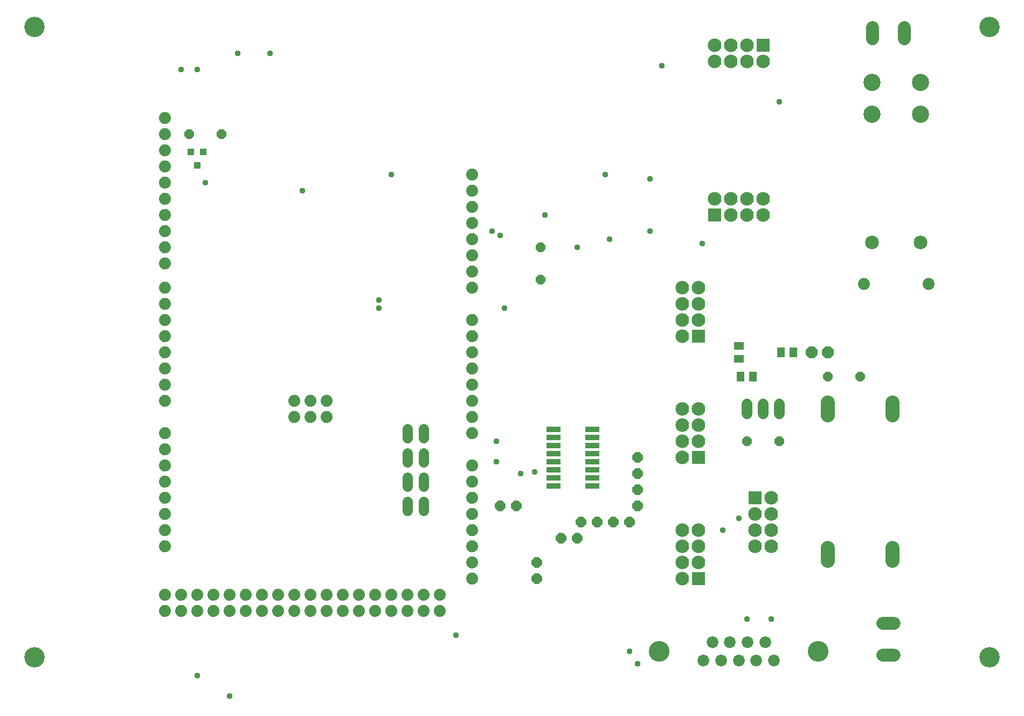
<source format=gbr>
G04 EAGLE Gerber RS-274X export*
G75*
%MOMM*%
%FSLAX34Y34*%
%LPD*%
%INSoldermask Top*%
%IPPOS*%
%AMOC8*
5,1,8,0,0,1.08239X$1,22.5*%
G01*
%ADD10C,3.203200*%
%ADD11C,1.841500*%
%ADD12C,3.251200*%
%ADD13R,2.133600X2.133600*%
%ADD14C,2.133600*%
%ADD15C,1.727200*%
%ADD16R,1.303200X1.603200*%
%ADD17R,1.603200X1.303200*%
%ADD18P,1.649562X8X22.500000*%
%ADD19P,1.649562X8X202.500000*%
%ADD20C,1.879600*%
%ADD21P,1.759533X8X22.500000*%
%ADD22P,1.759533X8X292.500000*%
%ADD23C,2.703200*%
%ADD24C,2.153200*%
%ADD25C,2.184400*%
%ADD26P,2.034460X8X22.500000*%
%ADD27R,1.003200X1.103200*%
%ADD28C,1.993900*%
%ADD29R,2.235200X0.863600*%
%ADD30P,1.759533X8X112.500000*%
%ADD31P,1.759533X8X202.500000*%
%ADD32P,1.649562X8X292.500000*%
%ADD33C,1.625600*%
%ADD34C,0.959600*%


D10*
X75000Y80000D03*
X75000Y1070000D03*
X1575000Y1070000D03*
X1575000Y80000D03*
D11*
X1236472Y74676D03*
X1208786Y74676D03*
X1181100Y74676D03*
X1153414Y74676D03*
X1125728Y74676D03*
X1222629Y103124D03*
X1194943Y103124D03*
X1167257Y103124D03*
X1139571Y103124D03*
D12*
X1306068Y88900D03*
X1056132Y88900D03*
D13*
X1206500Y330200D03*
D14*
X1231900Y330200D03*
X1206500Y304800D03*
X1231900Y304800D03*
X1206500Y279400D03*
X1231900Y279400D03*
X1206500Y254000D03*
X1231900Y254000D03*
D15*
X1193800Y462280D02*
X1193800Y477520D01*
X1219200Y477520D02*
X1219200Y462280D01*
X1244600Y462280D02*
X1244600Y477520D01*
D16*
X1183800Y520700D03*
X1203800Y520700D03*
D17*
X1181100Y568800D03*
X1181100Y548800D03*
D18*
X1320800Y520700D03*
X1371600Y520700D03*
D19*
X1244600Y419100D03*
X1193800Y419100D03*
D13*
X1117600Y584200D03*
D14*
X1092200Y584200D03*
X1117600Y609600D03*
X1092200Y609600D03*
X1117600Y635000D03*
X1092200Y635000D03*
X1117600Y660400D03*
X1092200Y660400D03*
D13*
X1117600Y393700D03*
D14*
X1092200Y393700D03*
X1117600Y419100D03*
X1092200Y419100D03*
X1117600Y444500D03*
X1092200Y444500D03*
X1117600Y469900D03*
X1092200Y469900D03*
D20*
X762000Y381000D03*
X762000Y355600D03*
X762000Y330200D03*
X762000Y304800D03*
X762000Y279400D03*
X762000Y254000D03*
X762000Y228600D03*
X762000Y203200D03*
X762000Y609600D03*
X762000Y584200D03*
X762000Y558800D03*
X762000Y533400D03*
X762000Y508000D03*
X762000Y482600D03*
X762000Y457200D03*
X762000Y431800D03*
X762000Y838200D03*
X762000Y812800D03*
X762000Y787400D03*
X762000Y762000D03*
X762000Y736600D03*
X762000Y711200D03*
X762000Y685800D03*
X762000Y660400D03*
X279400Y177800D03*
X304800Y177800D03*
X330200Y177800D03*
X355600Y177800D03*
X381000Y177800D03*
X406400Y177800D03*
X431800Y177800D03*
X457200Y177800D03*
X482600Y177800D03*
X508000Y177800D03*
X533400Y177800D03*
X558800Y177800D03*
X584200Y177800D03*
X609600Y177800D03*
X635000Y177800D03*
X660400Y177800D03*
X685800Y177800D03*
X711200Y177800D03*
X711200Y152400D03*
X685800Y152400D03*
X660400Y152400D03*
X635000Y152400D03*
X609600Y152400D03*
X584200Y152400D03*
X558800Y152400D03*
X533400Y152400D03*
X508000Y152400D03*
X482600Y152400D03*
X457200Y152400D03*
X431800Y152400D03*
X406400Y152400D03*
X381000Y152400D03*
X355600Y152400D03*
X330200Y152400D03*
X304800Y152400D03*
X279400Y152400D03*
X279400Y431800D03*
X279400Y406400D03*
X279400Y381000D03*
X279400Y355600D03*
X279400Y330200D03*
X279400Y304800D03*
X279400Y279400D03*
X279400Y254000D03*
X279400Y660400D03*
X279400Y635000D03*
X279400Y609600D03*
X279400Y584200D03*
X279400Y558800D03*
X279400Y533400D03*
X279400Y508000D03*
X279400Y482600D03*
X279400Y927100D03*
X279400Y901700D03*
X279400Y876300D03*
X279400Y850900D03*
X279400Y825500D03*
X279400Y800100D03*
X279400Y774700D03*
X279400Y749300D03*
X279400Y723900D03*
X279400Y698500D03*
X482600Y482600D03*
X508000Y482600D03*
X533400Y482600D03*
X533400Y457200D03*
X508000Y457200D03*
X482600Y457200D03*
D21*
X901700Y266700D03*
X927100Y266700D03*
D22*
X863600Y228600D03*
X863600Y203200D03*
D23*
X1390950Y932850D03*
X1466550Y983250D03*
D24*
X1466550Y731250D03*
X1390950Y731250D03*
D23*
X1390950Y983250D03*
X1466550Y932850D03*
D13*
X1117600Y203200D03*
D14*
X1092200Y203200D03*
X1117600Y228600D03*
X1092200Y228600D03*
X1117600Y254000D03*
X1092200Y254000D03*
X1117600Y279400D03*
X1092200Y279400D03*
D25*
X1320800Y251206D02*
X1320800Y231394D01*
X1320800Y459994D02*
X1320800Y479806D01*
D26*
X1295400Y558800D03*
X1320800Y558800D03*
D16*
X1267300Y558800D03*
X1247300Y558800D03*
D25*
X1422400Y251206D02*
X1422400Y231394D01*
X1422400Y459994D02*
X1422400Y479806D01*
D27*
X339700Y873600D03*
X320700Y873600D03*
X330200Y852600D03*
D28*
X1391050Y1051497D02*
X1391050Y1069404D01*
X1441050Y1069404D02*
X1441050Y1051497D01*
D13*
X1143000Y774700D03*
D14*
X1143000Y800100D03*
X1168400Y774700D03*
X1168400Y800100D03*
X1193800Y774700D03*
X1193800Y800100D03*
X1219200Y774700D03*
X1219200Y800100D03*
D13*
X1219200Y1041400D03*
D14*
X1219200Y1016000D03*
X1193800Y1041400D03*
X1193800Y1016000D03*
X1168400Y1041400D03*
X1168400Y1016000D03*
X1143000Y1041400D03*
X1143000Y1016000D03*
D20*
X1377950Y666750D03*
X1479550Y666750D03*
D29*
X951484Y349250D03*
X890016Y349250D03*
X951484Y361950D03*
X951484Y374650D03*
X890016Y361950D03*
X890016Y374650D03*
X951484Y387350D03*
X890016Y387350D03*
X951484Y400050D03*
X890016Y400050D03*
X951484Y412750D03*
X951484Y425450D03*
X890016Y412750D03*
X890016Y425450D03*
X951484Y438150D03*
X890016Y438150D03*
D21*
X984250Y292100D03*
X1009650Y292100D03*
D30*
X1022350Y317500D03*
X1022350Y342900D03*
D21*
X933450Y292100D03*
X958850Y292100D03*
D22*
X1022350Y393700D03*
X1022350Y368300D03*
D31*
X831850Y317500D03*
X806450Y317500D03*
D32*
X869950Y723900D03*
X869950Y673100D03*
D19*
X368300Y901700D03*
X317500Y901700D03*
D33*
X685800Y362712D02*
X685800Y348488D01*
X660400Y348488D02*
X660400Y362712D01*
X685800Y424688D02*
X685800Y438912D01*
X660400Y438912D02*
X660400Y424688D01*
X685800Y324612D02*
X685800Y310388D01*
X660400Y310388D02*
X660400Y324612D01*
X685800Y386588D02*
X685800Y400812D01*
X660400Y400812D02*
X660400Y386588D01*
D28*
X1407097Y82950D02*
X1425004Y82950D01*
X1425004Y132950D02*
X1407097Y132950D01*
D34*
X971550Y838200D03*
X977900Y736600D03*
X342900Y825500D03*
X927100Y723900D03*
X495300Y812800D03*
X1009650Y88900D03*
X1060450Y1009650D03*
X1193800Y139700D03*
X1231900Y139700D03*
X635000Y838200D03*
X1123950Y730250D03*
X1181100Y298450D03*
X876300Y774700D03*
X812800Y628650D03*
X860521Y371379D03*
X838200Y368300D03*
X1022350Y69850D03*
X330200Y1003300D03*
X304800Y1003300D03*
X330200Y50800D03*
X381000Y19050D03*
X1244600Y952500D03*
X1041400Y831850D03*
X793750Y749300D03*
X615950Y641350D03*
X1041400Y749300D03*
X806450Y742950D03*
X615950Y628650D03*
X736600Y114300D03*
X393700Y1028700D03*
X444500Y1028700D03*
X1155700Y279400D03*
X800100Y419100D03*
X800100Y387350D03*
M02*

</source>
